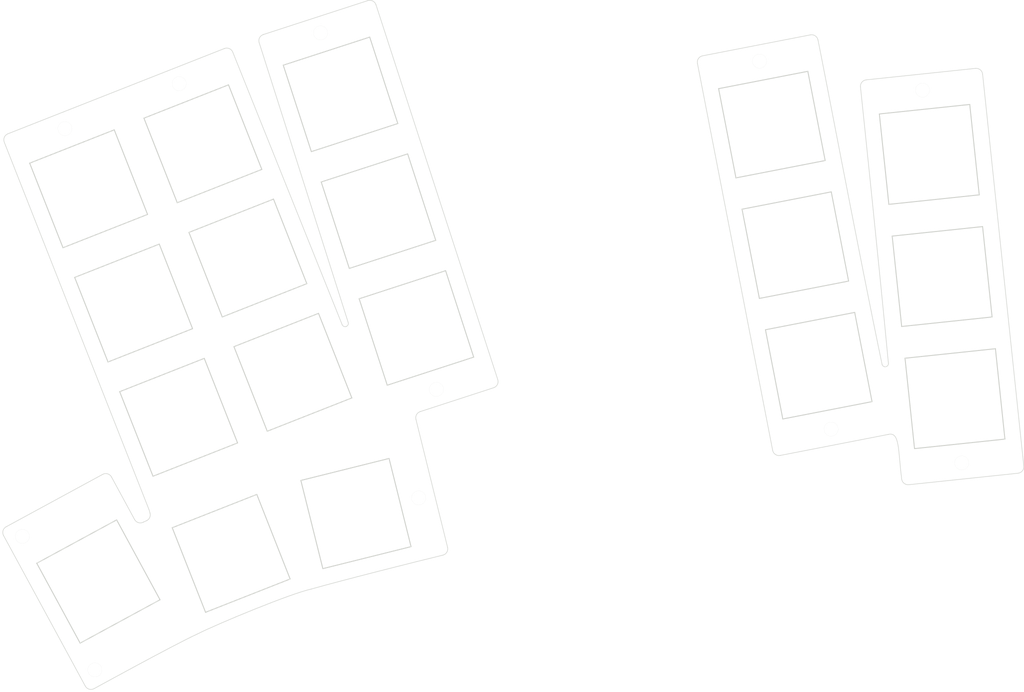
<source format=kicad_pcb>
(kicad_pcb (version 20240108) (generator "pcbnew") (generator_version "8.0")
  (title_block (title "ISW-OOZY") (rev "1.0"))
  (layers (0 "F.Cu" signal) (31 "B.Cu" signal) (34 "B.Paste" user) (35 "F.Paste" user) (36 "B.SilkS" user "B.Silkscreen") (37 "F.SilkS" user "F.Silkscreen") (38 "B.Mask" user) (39 "F.Mask" user) (44 "Edge.Cuts" user))
  (net 0 "")
  (footprint "kbd_SW_Hole:SW_Hole_1u" (layer "F.Cu") (at 58.912837 71.814962 21.5)
    (property "Reference" "SW16" (hide yes))
    (property "Value" "SW_Push" (hide yes))
    (fp_line (start -7.050001 -7.05) (end 7.05 -7.050001) (stroke (width 0.15)) (layer "Edge.Cuts"))
    (fp_line (start -7.05 7.050001) (end -7.050001 -7.05) (stroke (width 0.15)) (layer "Edge.Cuts"))
    (fp_line (start 7.05 -7.050001) (end 7.050001 7.05) (stroke (width 0.15)) (layer "Edge.Cuts"))
    (fp_line (start 7.050001 7.05) (end -7.05 7.050001) (stroke (width 0.15)) (layer "Edge.Cuts"))
  )
  (footprint "kbd_SW_Hole:SW_Hole_1u" (layer "F.Cu") (at 186.327825 86.64887 6)
    (property "Reference" "SW30" (hide yes))
    (property "Value" "SW_Push" (hide yes))
    (fp_line (start -7.05 -7.05) (end 7.05 -7.05) (stroke (width 0.15)) (layer "Edge.Cuts"))
    (fp_line (start -7.05 7.05) (end -7.05 -7.05) (stroke (width 0.15)) (layer "Edge.Cuts"))
    (fp_line (start 7.05 -7.05) (end 7.05 7.05) (stroke (width 0.15)) (layer "Edge.Cuts"))
    (fp_line (start 7.05 7.05) (end -7.05 7.05) (stroke (width 0.15)) (layer "Edge.Cuts"))
  )
  (footprint "kbd_SW_Hole:SW_Hole_1u" (layer "F.Cu") (at 83.61914 82.557568 21.5)
    (property "Reference" "SW27" (hide yes))
    (property "Value" "SW_Push" (hide yes))
    (fp_line (start -7.050001 -7.05) (end 7.05 -7.050001) (stroke (width 0.15)) (layer "Edge.Cuts"))
    (fp_line (start -7.05 7.050001) (end -7.050001 -7.05) (stroke (width 0.15)) (layer "Edge.Cuts"))
    (fp_line (start 7.05 -7.050001) (end 7.050001 7.05) (stroke (width 0.15)) (layer "Edge.Cuts"))
    (fp_line (start 7.050001 7.05) (end -7.05 7.050001) (stroke (width 0.15)) (layer "Edge.Cuts"))
  )
  (footprint "kbd_SW_Hole:SW_Hole_1u" (layer "F.Cu") (at 157.925425 44.13367 11)
    (property "Reference" "SW9" (hide yes))
    (property "Value" "SW_Push" (hide yes))
    (fp_line (start -7.05 -7.05) (end 7.05 -7.05) (stroke (width 0.15)) (layer "Edge.Cuts"))
    (fp_line (start -7.05 7.05) (end -7.05 -7.05) (stroke (width 0.15)) (layer "Edge.Cuts"))
    (fp_line (start 7.05 -7.05) (end 7.05 7.05) (stroke (width 0.15)) (layer "Edge.Cuts"))
    (fp_line (start 7.05 7.05) (end -7.05 7.05) (stroke (width 0.15)) (layer "Edge.Cuts"))
  )
  (footprint "kbd_Hole:m2_Screw_Hole_EdgeCuts" (layer "F.Cu") (at 87.912555 29.908406)
    (property "Reference" "Ref05" (hide yes))
    (property "Value" "Val2" (hide yes))
    (fp_circle (center 0 0) (end 1.1 0) (stroke (width 0.01)) (fill none) (layer "Edge.Cuts"))
  )
  (footprint "kbd_Hole:m2_Screw_Hole_EdgeCuts" (layer "F.Cu") (at 156.012525 34.29327)
    (property "Reference" "Ref06" (hide yes))
    (property "Value" "Val2" (hide yes))
    (fp_circle (center 0 0) (end 1.1 0) (stroke (width 0.01)) (fill none) (layer "Edge.Cuts"))
  )
  (footprint "kbd_Hole:m2_Screw_Hole_EdgeCuts" (layer "F.Cu") (at 52.897055 128.724906)
    (property "Reference" "Ref6" (hide yes))
    (property "Value" "Val1" (hide yes))
    (fp_circle (center 0 0) (end 1.1 0) (stroke (width 0.01)) (fill none) (layer "Edge.Cuts"))
  )
  (footprint "kbd_SW_Hole:SW_Hole_1u" (layer "F.Cu") (at 69.655443 47.108658 21.5)
    (property "Reference" "SW7" (hide yes))
    (property "Value" "SW_Push" (hide yes))
    (fp_line (start -7.050001 -7.05) (end 7.05 -7.050001) (stroke (width 0.15)) (layer "Edge.Cuts"))
    (fp_line (start -7.05 7.050001) (end -7.050001 -7.05) (stroke (width 0.15)) (layer "Edge.Cuts"))
    (fp_line (start 7.05 -7.050001) (end 7.050001 7.05) (stroke (width 0.15)) (layer "Edge.Cuts"))
    (fp_line (start 7.050001 7.05) (end -7.05 7.050001) (stroke (width 0.15)) (layer "Edge.Cuts"))
  )
  (footprint "kbd_SW_Hole:SW_Hole_1u" (layer "F.Cu") (at 161.560325 62.83367 11)
    (property "Reference" "SW19" (hide yes))
    (property "Value" "SW_Push" (hide yes))
    (fp_line (start -7.05 -7.05) (end 7.05 -7.05) (stroke (width 0.15)) (layer "Edge.Cuts"))
    (fp_line (start -7.05 7.05) (end -7.05 -7.05) (stroke (width 0.15)) (layer "Edge.Cuts"))
    (fp_line (start 7.05 -7.05) (end 7.05 7.05) (stroke (width 0.15)) (layer "Edge.Cuts"))
    (fp_line (start 7.05 7.05) (end -7.05 7.05) (stroke (width 0.15)) (layer "Edge.Cuts"))
  )
  (footprint "kbd_Hole:m2_Screw_Hole_EdgeCuts" (layer "F.Cu") (at 187.375725 96.61957)
    (property "Reference" "Ref07" (hide yes))
    (property "Value" "Val2" (hide yes))
    (fp_circle (center 0 0) (end 1.1 0) (stroke (width 0.01)) (fill none) (layer "Edge.Cuts"))
  )
  (footprint "kbd_Hole:m2_Screw_Hole_EdgeCuts" (layer "F.Cu") (at 48.257555 44.763706)
    (property "Reference" "Ref3" (hide yes))
    (property "Value" "Val1" (hide yes))
    (fp_circle (center 0 0) (end 1.1 0) (stroke (width 0.01)) (fill none) (layer "Edge.Cuts"))
  )
  (footprint "kbd_Hole:m2_Screw_Hole_EdgeCuts" (layer "F.Cu") (at 167.108025 91.37497)
    (property "Reference" "Ref5" (hide yes))
    (property "Value" "Val1" (hide yes))
    (fp_circle (center 0 0) (end 1.1 0) (stroke (width 0.01)) (fill none) (layer "Edge.Cuts"))
  )
  (footprint "kbd_SW_Hole:SW_Hole_1u" (layer "F.Cu") (at 65.894685 89.539416 21.5)
    (property "Reference" "SW26" (hide yes))
    (property "Value" "SW_Push" (hide yes))
    (fp_line (start -7.050001 -7.05) (end 7.05 -7.050001) (stroke (width 0.15)) (layer "Edge.Cuts"))
    (fp_line (start -7.05 7.050001) (end -7.050001 -7.05) (stroke (width 0.15)) (layer "Edge.Cuts"))
    (fp_line (start 7.05 -7.050001) (end 7.050001 7.05) (stroke (width 0.15)) (layer "Edge.Cuts"))
    (fp_line (start 7.050001 7.05) (end -7.05 7.050001) (stroke (width 0.15)) (layer "Edge.Cuts"))
  )
  (footprint "kbd_SW_Hole:SW_Hole_1u" (layer "F.Cu") (at 165.195225 81.53367 11)
    (property "Reference" "SW29" (hide yes))
    (property "Value" "SW_Push" (hide yes))
    (fp_line (start -7.05 -7.05) (end 7.05 -7.05) (stroke (width 0.15)) (layer "Edge.Cuts"))
    (fp_line (start -7.05 7.05) (end -7.05 -7.05) (stroke (width 0.15)) (layer "Edge.Cuts"))
    (fp_line (start 7.05 -7.05) (end 7.05 7.05) (stroke (width 0.15)) (layer "Edge.Cuts"))
    (fp_line (start 7.05 7.05) (end -7.05 7.05) (stroke (width 0.15)) (layer "Edge.Cuts"))
  )
  (footprint "kbd_SW_Hole:SW_Hole_1u" (layer "F.Cu") (at 93.402755 104.469806 14)
    (property "Reference" "SW37" (hide yes))
    (property "Value" "SW_Push" (hide yes))
    (fp_line (start -7.05 -7.05) (end 7.05 -7.05) (stroke (width 0.15)) (layer "Edge.Cuts"))
    (fp_line (start -7.05 7.05) (end -7.05 -7.05) (stroke (width 0.15)) (layer "Edge.Cuts"))
    (fp_line (start 7.05 -7.05) (end 7.05 7.05) (stroke (width 0.15)) (layer "Edge.Cuts"))
    (fp_line (start 7.05 7.05) (end -7.05 7.05) (stroke (width 0.15)) (layer "Edge.Cuts"))
  )
  (footprint "kbd_Hole:m2_Screw_Hole_EdgeCuts" (layer "F.Cu") (at 105.881855 85.212406)
    (property "Reference" "Ref08" (hide yes))
    (property "Value" "Val2" (hide yes))
    (fp_circle (center 0 0) (end 1.1 0) (stroke (width 0.01)) (fill none) (layer "Edge.Cuts"))
  )
  (footprint "kbd_Hole:m2_Screw_Hole_EdgeCuts" (layer "F.Cu") (at 41.648055 108.006806)
    (property "Reference" "Ref012" (hide yes))
    (property "Value" "Val2" (hide yes))
    (fp_circle (center 0 0) (end 1.1 0) (stroke (width 0.01)) (fill none) (layer "Edge.Cuts"))
  )
  (footprint "kbd_SW_Hole:SW_Hole_1u" (layer "F.Cu") (at 182.345225 48.75767 6)
    (property "Reference" "SW10" (hide yes))
    (property "Value" "SW_Push" (hide yes))
    (fp_line (start -7.05 -7.05) (end 7.05 -7.05) (stroke (width 0.15)) (layer "Edge.Cuts"))
    (fp_line (start -7.05 7.05) (end -7.05 -7.05) (stroke (width 0.15)) (layer "Edge.Cuts"))
    (fp_line (start 7.05 -7.05) (end 7.05 7.05) (stroke (width 0.15)) (layer "Edge.Cuts"))
    (fp_line (start 7.05 7.05) (end -7.05 7.05) (stroke (width 0.15)) (layer "Edge.Cuts"))
  )
  (footprint "kbd_Hole:m2_Screw_Hole_EdgeCuts" (layer "F.Cu") (at 65.982055 37.781906)
    (property "Reference" "Ref04" (hide yes))
    (property "Value" "Val2" (hide yes))
    (fp_circle (center 0 0) (end 1.1 0) (stroke (width 0.01)) (fill none) (layer "Edge.Cuts"))
  )
  (footprint "kbd_SW_Hole:SW_Hole_1u" (layer "F.Cu") (at 74.047077 110.646827 21.5)
    (property "Reference" "SW36" (hide yes))
    (property "Value" "SW_Push" (hide yes))
    (fp_line (start -7.050001 -7.05) (end 7.05 -7.050001) (stroke (width 0.15)) (layer "Edge.Cuts"))
    (fp_line (start -7.05 7.050001) (end -7.050001 -7.05) (stroke (width 0.15)) (layer "Edge.Cuts"))
    (fp_line (start 7.05 -7.050001) (end 7.050001 7.05) (stroke (width 0.15)) (layer "Edge.Cuts"))
    (fp_line (start 7.050001 7.05) (end -7.05 7.050001) (stroke (width 0.15)) (layer "Edge.Cuts"))
  )
  (footprint "kbd_SW_Hole:SW_Hole_1u" (layer "F.Cu") (at 96.897155 57.560306 18)
    (property "Reference" "SW18" (hide yes))
    (property "Value" "SW_Push" (hide yes))
    (fp_line (start -7.05 -7.05) (end 7.05 -7.05) (stroke (width 0.15)) (layer "Edge.Cuts"))
    (fp_line (start -7.05 7.05) (end -7.05 -7.05) (stroke (width 0.15)) (layer "Edge.Cuts"))
    (fp_line (start 7.05 -7.05) (end 7.05 7.05) (stroke (width 0.15)) (layer "Edge.Cuts"))
    (fp_line (start 7.05 7.05) (end -7.05 7.05) (stroke (width 0.15)) (layer "Edge.Cuts"))
  )
  (footprint "kbd_Hole:m2_Screw_Hole_EdgeCuts" (layer "F.Cu") (at 181.297325 38.78807)
    (property "Reference" "Ref4" (hide yes))
    (property "Value" "Val1" (hide yes))
    (fp_circle (center 0 0) (end 1.1 0) (stroke (width 0.01)) (fill none) (layer "Edge.Cuts"))
  )
  (footprint "kbd_SW_Hole:SW_Hole_1u" (layer "F.Cu") (at 51.930989 54.090507 21.5)
    (property "Reference" "SW6" (hide yes))
    (property "Value" "SW_Push" (hide yes))
    (fp_line (start -7.050001 -7.05) (end 7.05 -7.050001) (stroke (width 0.15)) (layer "Edge.Cuts"))
    (fp_line (start -7.05 7.050001) (end -7.050001 -7.05) (stroke (width 0.15)) (layer "Edge.Cuts"))
    (fp_line (start 7.05 -7.050001) (end 7.050001 7.05) (stroke (width 0.15)) (layer "Edge.Cuts"))
    (fp_line (start 7.050001 7.05) (end -7.05 7.050001) (stroke (width 0.15)) (layer "Edge.Cuts"))
  )
  (footprint "kbd_SW_Hole:SW_Hole_1u" (layer "F.Cu") (at 91.010455 39.442706 18)
    (property "Reference" "SW8" (hide yes))
    (property "Value" "SW_Push" (hide yes))
    (fp_line (start -7.05 -7.05) (end 7.05 -7.05) (stroke (width 0.15)) (layer "Edge.Cuts"))
    (fp_line (start -7.05 7.05) (end -7.05 -7.05) (stroke (width 0.15)) (layer "Edge.Cuts"))
    (fp_line (start 7.05 -7.05) (end 7.05 7.05) (stroke (width 0.15)) (layer "Edge.Cuts"))
    (fp_line (start 7.05 7.05) (end -7.05 7.05) (stroke (width 0.15)) (layer "Edge.Cuts"))
  )
  (footprint "kbd_SW_Hole:SW_Hole_1.5u" (layer "F.Cu") (at 53.447635 115.013068 -61.5)
    (property "Reference" "SW35" (hide yes))
    (property "Value" "SW_Push" (hide yes))
    (fp_line (start -7.05 7.05) (end -7.05 -7.05) (stroke (width 0.15)) (layer "Edge.Cuts"))
    (fp_line (start 7.05 7.05) (end -7.05 7.05) (stroke (width 0.15)) (layer "Edge.Cuts"))
    (fp_line (start -7.05 -7.05) (end 7.05 -7.05) (stroke (width 0.15)) (layer "Edge.Cuts"))
    (fp_line (start 7.05 -7.05) (end 7.05 7.05) (stroke (width 0.15)) (layer "Edge.Cuts"))
  )
  (footprint "kbd_SW_Hole:SW_Hole_1u" (layer "F.Cu") (at 76.637292 64.833113 21.5)
    (property "Reference" "SW17" (hide yes))
    (property "Value" "SW_Push" (hide yes))
    (fp_line (start -7.050001 -7.05) (end 7.05 -7.050001) (stroke (width 0.15)) (layer "Edge.Cuts"))
    (fp_line (start -7.05 7.050001) (end -7.050001 -7.05) (stroke (width 0.15)) (layer "Edge.Cuts"))
    (fp_line (start 7.05 -7.050001) (end 7.050001 7.05) (stroke (width 0.15)) (layer "Edge.Cuts"))
    (fp_line (start 7.050001 7.05) (end -7.05 7.050001) (stroke (width 0.15)) (layer "Edge.Cuts"))
  )
  (footprint "kbd_SW_Hole:SW_Hole_1u" (layer "F.Cu") (at 184.336525 67.70327 6)
    (property "Reference" "SW20" (hide yes))
    (property "Value" "SW_Push" (hide yes))
    (fp_line (start -7.05 -7.05) (end 7.05 -7.05) (stroke (width 0.15)) (layer "Edge.Cuts"))
    (fp_line (start -7.05 7.05) (end -7.05 -7.05) (stroke (width 0.15)) (layer "Edge.Cuts"))
    (fp_line (start 7.05 -7.05) (end 7.05 7.05) (stroke (width 0.15)) (layer "Edge.Cuts"))
    (fp_line (start 7.05 7.05) (end -7.05 7.05) (stroke (width 0.15)) (layer "Edge.Cuts"))
  )
  (footprint "kbd_SW_Hole:SW_Hole_1u" (layer "F.Cu") (at 102.783955 75.677906 18)
    (property "Reference" "SW28" (hide yes))
    (property "Value" "SW_Push" (hide yes))
    (fp_line (start -7.05 -7.05) (end 7.05 -7.05) (stroke (width 0.15)) (layer "Edge.Cuts"))
    (fp_line (start -7.05 7.05) (end -7.05 -7.05) (stroke (width 0.15)) (layer "Edge.Cuts"))
    (fp_line (start 7.05 -7.05) (end 7.05 7.05) (stroke (width 0.15)) (layer "Edge.Cuts"))
    (fp_line (start 7.05 7.05) (end -7.05 7.05) (stroke (width 0.15)) (layer "Edge.Cuts"))
  )
  (footprint "kbd_Hole:m2_Screw_Hole_EdgeCuts" (layer "F.Cu") (at 103.129955 102.044506)
    (property "Reference" "Ref011" (hide yes))
    (property "Value" "Val2" (hide yes))
    (fp_circle (center 0 0) (end 1.1 0) (stroke (width 0.01)) (fill none) (layer "Edge.Cuts"))
  )
  (gr_curve (pts (xy 95.247001 24.895771) (xy 95.771903 24.72522) (xy 96.336523 25.012908) (xy 96.507074 25.537811)) (stroke (width 0.09)) (layer "Edge.Cuts"))
  (gr_curve (pts (xy 59.067249 105.405269) (xy 59.196827 105.64382) (xy 59.417822 105.819438) (xy 59.679476 105.891787)) (stroke (width 0.09)) (layer "Edge.Cuts"))
  (gr_curve (pts (xy 78.389448 31.424584) (xy 78.218897 30.899682) (xy 78.506585 30.335062) (xy 79.031487 30.164511)) (stroke (width 0.09)) (layer "Edge.Cuts"))
  (gr_curve (pts (xy 91.8921 75.450636) (xy 92.145246 75.359703) (xy 92.281088 75.084793) (xy 92.199532 74.828472)) (stroke (width 0.09)) (layer "Edge.Cuts"))
  (gr_curve (pts (xy 159.216758 95.455629) (xy 158.674983 95.560939) (xy 158.149632 95.206585) (xy 158.044322 94.66481)) (stroke (width 0.09)) (layer "Edge.Cuts"))
  (gr_curve (pts (xy 61.454452 104.39415) (xy 61.395964 104.162703) (xy 61.325768 103.929568) (xy 61.256384 103.753427)) (stroke (width 0.09)) (layer "Edge.Cuts"))
  (gr_line (start 190.613439 36.300689) (end 197.005355 97.115703) (stroke (width 0.09)) (layer "Edge.Cuts"))
  (gr_curve (pts (xy 38.844835 46.858393) (xy 38.642557 46.344881) (xy 38.895239 45.763751) (xy 39.408751 45.561474)) (stroke (width 0.09)) (layer "Edge.Cuts"))
  (gr_curve (pts (xy 189.514389 35.410696) (xy 190.06328 35.353005) (xy 190.555748 35.751798) (xy 190.613439 36.300689)) (stroke (width 0.09)) (layer "Edge.Cuts"))
  (gr_curve (pts (xy 59.679476 105.891787) (xy 59.941129 105.964136) (xy 60.220953 105.926997) (xy 60.454676 105.788901)) (stroke (width 0.09)) (layer "Edge.Cuts"))
  (gr_curve (pts (xy 175.988744 92.193148) (xy 175.973856 92.19676) (xy 175.958888 92.200029) (xy 175.94385 92.202952)) (stroke (width 0.09)) (layer "Edge.Cuts"))
  (gr_line (start 172.557791 37.192906) (end 189.514389 35.410696) (stroke (width 0.09)) (layer "Edge.Cuts"))
  (gr_curve (pts (xy 60.454676 105.788901) (xy 60.618634 105.708635) (xy 60.79152 105.634767) (xy 60.952189 105.566496)) (stroke (width 0.09)) (layer "Edge.Cuts"))
  (gr_line (start 96.507074 25.537811) (end 115.403464 83.694917) (stroke (width 0.09)) (layer "Edge.Cuts"))
  (gr_curve (pts (xy 107.617369 109.710848) (xy 107.750889 110.246368) (xy 107.424516 110.789545) (xy 106.888995 110.923065)) (stroke (width 0.09)) (layer "Edge.Cuts"))
  (gr_curve (pts (xy 146.376352 34.638308) (xy 146.271041 34.096533) (xy 146.625395 33.571182) (xy 147.16717 33.465872)) (stroke (width 0.09)) (layer "Edge.Cuts"))
  (gr_curve (pts (xy 72.996825 32.33078) (xy 73.510336 32.128502) (xy 74.091466 32.381184) (xy 74.293744 32.894696)) (stroke (width 0.09)) (layer "Edge.Cuts"))
  (gr_line (start 39.408751 45.561474) (end 72.996825 32.33078) (stroke (width 0.09)) (layer "Edge.Cuts"))
  (gr_curve (pts (xy 175.581827 81.700035) (xy 175.840756 81.659178) (xy 176.024165 81.425274) (xy 176.002086 81.164073)) (stroke (width 0.09)) (layer "Edge.Cuts"))
  (gr_curve (pts (xy 175.016954 81.319518) (xy 175.076376 81.574827) (xy 175.322898 81.740892) (xy 175.581827 81.700035)) (stroke (width 0.09)) (layer "Edge.Cuts"))
  (gr_curve (pts (xy 175.94385 92.202952) (xy 175.496177 92.29123) (xy 159.216758 95.455629) (xy 159.216758 95.455629)) (stroke (width 0.09)) (layer "Edge.Cuts"))
  (gr_curve (pts (xy 179.158763 99.996964) (xy 178.609871 100.054655) (xy 178.122788 99.655269) (xy 178.059713 99.10697)) (stroke (width 0.09)) (layer "Edge.Cuts"))
  (gr_line (start 74.293744 32.894696) (end 91.259045 75.166305) (stroke (width 0.09)) (layer "Edge.Cuts"))
  (gr_curve (pts (xy 86.468302 116.18497) (xy 83.304126 116.86883) (xy 72.039649 121.519975) (xy 68.738473 123.185783)) (stroke (width 0.09)) (layer "Edge.Cuts"))
  (gr_curve (pts (xy 115.403464 83.694917) (xy 115.574015 84.219819) (xy 115.286326 84.784439) (xy 114.761424 84.95499)) (stroke (width 0.09)) (layer "Edge.Cuts"))
  (gr_curve (pts (xy 38.734504 107.88083) (xy 38.471153 107.395797) (xy 38.65113 106.788205) (xy 39.136162 106.524854)) (stroke (width 0.09)) (layer "Edge.Cuts"))
  (gr_line (start 55.47597 98.790955) (end 59.067249 105.405269) (stroke (width 0.09)) (layer "Edge.Cuts"))
  (gr_curve (pts (xy 163.903913 30.212579) (xy 164.445688 30.107268) (xy 164.971039 30.461622) (xy 165.07635 31.003397)) (stroke (width 0.09)) (layer "Edge.Cuts"))
  (gr_curve (pts (xy 91.259045 75.166305) (xy 91.359231 75.415934) (xy 91.638953 75.541569) (xy 91.8921 75.450636)) (stroke (width 0.09)) (layer "Edge.Cuts"))
  (gr_curve (pts (xy 68.738473 123.185783) (xy 65.419835 124.69444) (xy 52.770974 131.637053) (xy 52.770974 131.637053)) (stroke (width 0.09)) (layer "Edge.Cuts"))
  (gr_line (start 39.136162 106.524854) (end 54.119994 98.389297) (stroke (width 0.09)) (layer "Edge.Cuts"))
  (gr_line (start 196.115361 98.214753) (end 179.158763 99.996964) (stroke (width 0.09)) (layer "Edge.Cuts"))
  (gr_curve (pts (xy 60.952189 105.566496) (xy 61.381349 105.348841) (xy 61.592926 104.854994) (xy 61.454452 104.39415)) (stroke (width 0.09)) (layer "Edge.Cuts"))
  (gr_line (start 51.414998 131.235395) (end 38.734504 107.88083) (stroke (width 0.09)) (layer "Edge.Cuts"))
  (gr_curve (pts (xy 54.119994 98.389297) (xy 54.605026 98.125946) (xy 55.212619 98.305923) (xy 55.47597 98.790955)) (stroke (width 0.09)) (layer "Edge.Cuts"))
  (gr_line (start 158.044322 94.66481) (end 146.376352 34.638308) (stroke (width 0.09)) (layer "Edge.Cuts"))
  (gr_line (start 92.199532 74.828472) (end 78.389448 31.424584) (stroke (width 0.09)) (layer "Edge.Cuts"))
  (gr_curve (pts (xy 171.667797 38.291956) (xy 171.610106 37.743065) (xy 172.008899 37.250597) (xy 172.557791 37.192906)) (stroke (width 0.09)) (layer "Edge.Cuts"))
  (gr_line (start 147.16717 33.465872) (end 163.903913 30.212579) (stroke (width 0.09)) (layer "Edge.Cuts"))
  (gr_line (start 114.761424 84.95499) (end 103.368352 88.656824) (stroke (width 0.09)) (layer "Edge.Cuts"))
  (gr_curve (pts (xy 178.059713 99.10697) (xy 177.489493 94.701181) (xy 177.793608 91.74117) (xy 175.988744 92.193148)) (stroke (width 0.09)) (layer "Edge.Cuts"))
  (gr_curve (pts (xy 106.888995 110.923065) (xy 102.842443 111.899325) (xy 91.734882 114.697691) (xy 86.468302 116.18497)) (stroke (width 0.09)) (layer "Edge.Cuts"))
  (gr_curve (pts (xy 197.005355 97.115703) (xy 197.063046 97.664595) (xy 196.664253 98.157063) (xy 196.115361 98.214753)) (stroke (width 0.09)) (layer "Edge.Cuts"))
  (gr_curve (pts (xy 176.002086 81.164073) (xy 174.624956 66.503543) (xy 171.98012 41.281449) (xy 171.667797 38.291956)) (stroke (width 0.09)) (layer "Edge.Cuts"))
  (gr_curve (pts (xy 165.07635 31.003397) (xy 165.915913 35.013983) (xy 171.671687 65.378783) (xy 175.016954 81.319518)) (stroke (width 0.09)) (layer "Edge.Cuts"))
  (gr_line (start 61.256384 103.753427) (end 38.844835 46.858393) (stroke (width 0.09)) (layer "Edge.Cuts"))
  (gr_curve (pts (xy 102.705475 89.844297) (xy 103.829564 94.426285) (xy 107.617369 109.710848) (xy 107.617369 109.710848)) (stroke (width 0.09)) (layer "Edge.Cuts"))
  (gr_line (start 79.031487 30.164511) (end 95.247001 24.895771) (stroke (width 0.09)) (layer "Edge.Cuts"))
  (gr_curve (pts (xy 52.770974 131.637053) (xy 52.285941 131.900404) (xy 51.678349 131.720427) (xy 51.414998 131.235395)) (stroke (width 0.09)) (layer "Edge.Cuts"))
  (gr_curve (pts (xy 103.368352 88.656824) (xy 102.870822 88.818351) (xy 102.581845 89.336023) (xy 102.705475 89.844297)) (stroke (width 0.09)) (layer "Edge.Cuts"))
)
</source>
